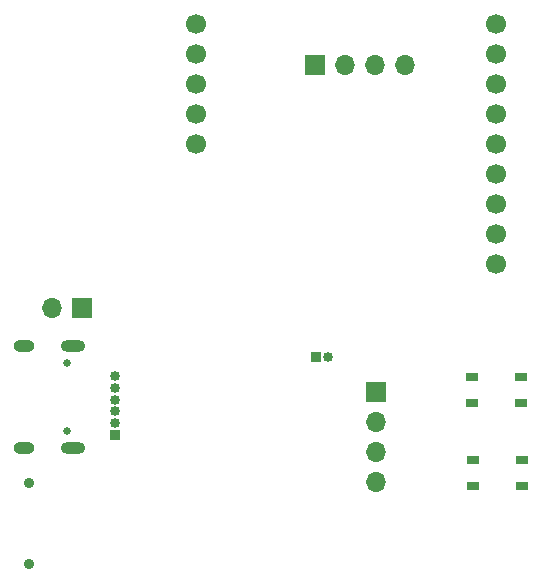
<source format=gbr>
%TF.GenerationSoftware,KiCad,Pcbnew,8.0.1*%
%TF.CreationDate,2024-05-04T10:24:30-07:00*%
%TF.ProjectId,schematic,73636865-6d61-4746-9963-2e6b69636164,rev?*%
%TF.SameCoordinates,Original*%
%TF.FileFunction,Soldermask,Bot*%
%TF.FilePolarity,Negative*%
%FSLAX46Y46*%
G04 Gerber Fmt 4.6, Leading zero omitted, Abs format (unit mm)*
G04 Created by KiCad (PCBNEW 8.0.1) date 2024-05-04 10:24:30*
%MOMM*%
%LPD*%
G01*
G04 APERTURE LIST*
%ADD10C,0.900000*%
%ADD11R,0.850000X0.850000*%
%ADD12O,0.850000X0.850000*%
%ADD13C,0.650000*%
%ADD14O,2.100000X1.000000*%
%ADD15O,1.800000X1.000000*%
%ADD16R,1.700000X1.700000*%
%ADD17O,1.700000X1.700000*%
%ADD18R,1.050000X0.650000*%
%ADD19C,1.700000*%
G04 APERTURE END LIST*
D10*
%TO.C,S1*%
X125350000Y-98500000D03*
X125350000Y-105300000D03*
%TD*%
D11*
%TO.C,U4*%
X132600000Y-94400000D03*
D12*
X132600000Y-93400000D03*
X132600000Y-92400000D03*
X132600000Y-91400000D03*
X132600000Y-90400000D03*
X132600000Y-89400000D03*
%TD*%
D13*
%TO.C,J5*%
X128525000Y-88310000D03*
X128525000Y-94090000D03*
D14*
X129025000Y-86880000D03*
D15*
X124845000Y-86880000D03*
D14*
X129025000Y-95520000D03*
D15*
X124845000Y-95520000D03*
%TD*%
D16*
%TO.C,BT1*%
X129800000Y-83600000D03*
D17*
X127260000Y-83600000D03*
%TD*%
D16*
%TO.C,J3*%
X149550000Y-63050000D03*
D17*
X152090000Y-63050000D03*
X154630000Y-63050000D03*
X157170000Y-63050000D03*
%TD*%
D11*
%TO.C,J1*%
X149600000Y-87800000D03*
D12*
X150600000Y-87800000D03*
%TD*%
D16*
%TO.C,J4*%
X154650000Y-90780000D03*
D17*
X154650000Y-93320000D03*
X154650000Y-95860000D03*
X154650000Y-98400000D03*
%TD*%
D18*
%TO.C,SW1*%
X162925000Y-98675000D03*
X167075000Y-98675000D03*
X162925000Y-96525000D03*
X167050000Y-96525000D03*
%TD*%
D19*
%TO.C,U5*%
X164835000Y-59600000D03*
X164835000Y-62140000D03*
X164835000Y-64680000D03*
X164835000Y-67220000D03*
X164835000Y-69760000D03*
X164835000Y-72300000D03*
X164835000Y-74840000D03*
X164835000Y-77380000D03*
X164835000Y-79920000D03*
X139435000Y-59600000D03*
X139435000Y-62140000D03*
X139435000Y-64680000D03*
X139435000Y-67220000D03*
X139435000Y-69760000D03*
%TD*%
D18*
%TO.C,SW3*%
X162800000Y-91675000D03*
X166950000Y-91675000D03*
X162800000Y-89525000D03*
X166925000Y-89525000D03*
%TD*%
M02*

</source>
